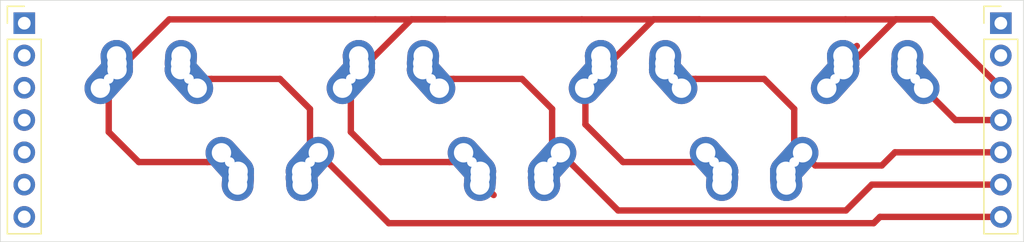
<source format=kicad_pcb>
(kicad_pcb (version 20171130) (host pcbnew "(5.1.4)-1")

  (general
    (thickness 1.6)
    (drawings 4)
    (tracks 60)
    (zones 0)
    (modules 9)
    (nets 15)
  )

  (page A4)
  (layers
    (0 F.Cu signal)
    (31 B.Cu signal)
    (32 B.Adhes user)
    (33 F.Adhes user)
    (34 B.Paste user)
    (35 F.Paste user)
    (36 B.SilkS user)
    (37 F.SilkS user)
    (38 B.Mask user hide)
    (39 F.Mask user hide)
    (40 Dwgs.User user)
    (41 Cmts.User user)
    (42 Eco1.User user)
    (43 Eco2.User user hide)
    (44 Edge.Cuts user)
    (45 Margin user)
    (46 B.CrtYd user)
    (47 F.CrtYd user)
    (48 B.Fab user)
    (49 F.Fab user)
  )

  (setup
    (last_trace_width 0.5)
    (user_trace_width 0.762)
    (trace_clearance 0.5)
    (zone_clearance 0.5)
    (zone_45_only no)
    (trace_min 0.2)
    (via_size 0.8)
    (via_drill 0.4)
    (via_min_size 0.4)
    (via_min_drill 0.3)
    (uvia_size 0.3)
    (uvia_drill 0.1)
    (uvias_allowed no)
    (uvia_min_size 0.2)
    (uvia_min_drill 0.1)
    (edge_width 0.05)
    (segment_width 0.2)
    (pcb_text_width 0.3)
    (pcb_text_size 1.5 1.5)
    (mod_edge_width 0.12)
    (mod_text_size 1 1)
    (mod_text_width 0.15)
    (pad_size 1.524 1.524)
    (pad_drill 0.762)
    (pad_to_mask_clearance 0.5)
    (solder_mask_min_width 0.25)
    (aux_axis_origin 0 0)
    (grid_origin 118.745 48.895)
    (visible_elements 7EF9BE47)
    (pcbplotparams
      (layerselection 0x010fc_ffffffff)
      (usegerberextensions false)
      (usegerberattributes false)
      (usegerberadvancedattributes false)
      (creategerberjobfile false)
      (excludeedgelayer true)
      (linewidth 0.100000)
      (plotframeref false)
      (viasonmask false)
      (mode 1)
      (useauxorigin false)
      (hpglpennumber 1)
      (hpglpenspeed 20)
      (hpglpendiameter 15.000000)
      (psnegative false)
      (psa4output false)
      (plotreference true)
      (plotvalue true)
      (plotinvisibletext false)
      (padsonsilk false)
      (subtractmaskfromsilk false)
      (outputformat 1)
      (mirror false)
      (drillshape 1)
      (scaleselection 1)
      (outputdirectory ""))
  )

  (net 0 "")
  (net 1 "Net-(JMM1.2-Pad1)")
  (net 2 "Net-(JMM1.2-Pad2)")
  (net 3 "Net-(JMM1.2-Pad3)")
  (net 4 "Net-(JMM1.2-Pad4)")
  (net 5 "Net-(JMM1.2-Pad5)")
  (net 6 "Net-(JMM1.2-Pad6)")
  (net 7 "Net-(JMM1.2-Pad7)")
  (net 8 "Net-(JMM1.1-Pad7)")
  (net 9 "Net-(JMM1.1-Pad6)")
  (net 10 "Net-(JMM1.1-Pad5)")
  (net 11 "Net-(JMM1.1-Pad4)")
  (net 12 "Net-(JMM1.1-Pad3)")
  (net 13 "Net-(JMM1.1-Pad2)")
  (net 14 "Net-(JMM1.1-Pad1)")

  (net_class Default "This is the default net class."
    (clearance 0.5)
    (trace_width 0.5)
    (via_dia 0.8)
    (via_drill 0.4)
    (uvia_dia 0.3)
    (uvia_drill 0.1)
    (add_net "Net-(JMM1.1-Pad1)")
    (add_net "Net-(JMM1.1-Pad2)")
    (add_net "Net-(JMM1.1-Pad3)")
    (add_net "Net-(JMM1.1-Pad4)")
    (add_net "Net-(JMM1.1-Pad5)")
    (add_net "Net-(JMM1.1-Pad6)")
    (add_net "Net-(JMM1.1-Pad7)")
    (add_net "Net-(JMM1.2-Pad1)")
    (add_net "Net-(JMM1.2-Pad2)")
    (add_net "Net-(JMM1.2-Pad3)")
    (add_net "Net-(JMM1.2-Pad4)")
    (add_net "Net-(JMM1.2-Pad5)")
    (add_net "Net-(JMM1.2-Pad6)")
    (add_net "Net-(JMM1.2-Pad7)")
  )

  (net_class Large ""
    (clearance 0.5)
    (trace_width 0.5)
    (via_dia 0.8)
    (via_drill 0.4)
    (uvia_dia 0.3)
    (uvia_drill 0.1)
  )

  (module Keebio-Parts:Hybrid_Plate_100H_Dual_hole-nosilk (layer F.Cu) (tedit 5D8FAB62) (tstamp 5D93D004)
    (at 187.58 39.35)
    (path /5DA20242)
    (fp_text reference SWA7.2 (at 0 3.175) (layer F.SilkS) hide
      (effects (font (size 1.27 1.524) (thickness 0.2032)))
    )
    (fp_text value SW_Push_45deg (at 0 5.08) (layer F.SilkS) hide
      (effects (font (size 1.27 1.524) (thickness 0.2032)))
    )
    (fp_line (start -6.985 6.985) (end -6.985 -6.985) (layer Eco2.User) (width 0.1524))
    (fp_line (start 6.985 6.985) (end -6.985 6.985) (layer Eco2.User) (width 0.1524))
    (fp_line (start 6.985 -6.985) (end 6.985 6.985) (layer Eco2.User) (width 0.1524))
    (fp_line (start -6.985 -6.985) (end 6.985 -6.985) (layer Eco2.User) (width 0.1524))
    (fp_line (start -9.398 9.398) (end -9.398 -9.398) (layer Dwgs.User) (width 0.1524))
    (fp_line (start 9.398 9.398) (end -9.398 9.398) (layer Dwgs.User) (width 0.1524))
    (fp_line (start 9.398 -9.398) (end 9.398 9.398) (layer Dwgs.User) (width 0.1524))
    (fp_line (start -9.398 -9.398) (end 9.398 -9.398) (layer Dwgs.User) (width 0.1524))
    (fp_line (start -6.35 6.35) (end -6.35 -6.35) (layer Cmts.User) (width 0.1524))
    (fp_line (start 6.35 6.35) (end -6.35 6.35) (layer Cmts.User) (width 0.1524))
    (fp_line (start 6.35 -6.35) (end 6.35 6.35) (layer Cmts.User) (width 0.1524))
    (fp_line (start -6.35 -6.35) (end 6.35 -6.35) (layer Cmts.User) (width 0.1524))
    (pad 1 thru_hole circle (at -2.54 -5.08 330.9) (size 2.5 2.5) (drill 1.524) (layers *.Cu F.Mask)
      (net 12 "Net-(JMM1.1-Pad3)"))
    (pad 1 thru_hole circle (at -2.5 -4.5 330.9) (size 2.5 2.5) (drill 1.524) (layers *.Cu F.Mask)
      (net 12 "Net-(JMM1.1-Pad3)"))
    (pad 1 thru_hole oval (at -2.52 -4.79 3.9) (size 2.5 3.081378) (drill 0.762) (layers *.Cu F.Mask)
      (net 12 "Net-(JMM1.1-Pad3)"))
    (pad 2 thru_hole circle (at 3.81 -2.54 330.9) (size 2 2) (drill 1.524) (layers *.Cu F.Mask)
      (net 11 "Net-(JMM1.1-Pad4)"))
    (pad 2 thru_hole circle (at 2.5 -4) (size 2.5 2.5) (drill 1.524) (layers *.Cu *.Mask)
      (net 11 "Net-(JMM1.1-Pad4)"))
    (pad 1 thru_hole oval (at -3.155 -3.27 138.1) (size 2.5 4.461556) (drill 0.762) (layers *.Cu B.Mask)
      (net 12 "Net-(JMM1.1-Pad3)"))
    (pad 2 thru_hole oval (at 3.155 -3.27 221.9) (size 2.5 4.461556) (drill 0.762) (layers *.Cu F.Mask)
      (net 11 "Net-(JMM1.1-Pad4)"))
    (pad 1 thru_hole circle (at -3.81 -2.54 330.9) (size 2 2) (drill 1.524) (layers *.Cu B.Mask)
      (net 12 "Net-(JMM1.1-Pad3)"))
    (pad HOLE np_thru_hole circle (at 0 0) (size 3.9878 3.9878) (drill 3.9878) (layers *.Cu *.Mask))
    (pad 1 thru_hole circle (at -2.5 -4 330.9) (size 2.5 2.5) (drill 1.524) (layers *.Cu *.Mask)
      (net 12 "Net-(JMM1.1-Pad3)"))
    (pad 2 thru_hole circle (at 2.54 -5.08 330.9) (size 2 2) (drill 1.524) (layers *.Cu B.Mask)
      (net 11 "Net-(JMM1.1-Pad4)"))
    (pad 2 thru_hole circle (at 2.5 -4.5 330.9) (size 2 2) (drill 1.524) (layers *.Cu B.Mask)
      (net 11 "Net-(JMM1.1-Pad4)"))
    (pad 2 thru_hole oval (at 2.52 -4.79 356.1) (size 2.5 3.081378) (drill 0.762) (layers *.Cu B.Mask)
      (net 11 "Net-(JMM1.1-Pad4)"))
  )

  (module Keebio-Parts:Hybrid_Plate_100H_Dual_hole-nosilk (layer F.Cu) (tedit 5D8FAB62) (tstamp 5D93D021)
    (at 168.53 39.35)
    (path /5DA2281E)
    (fp_text reference SWB7.1 (at 0 3.175) (layer F.SilkS) hide
      (effects (font (size 1.27 1.524) (thickness 0.2032)))
    )
    (fp_text value SW_Push_45deg (at 0 5.08) (layer F.SilkS) hide
      (effects (font (size 1.27 1.524) (thickness 0.2032)))
    )
    (fp_line (start -6.35 -6.35) (end 6.35 -6.35) (layer Cmts.User) (width 0.1524))
    (fp_line (start 6.35 -6.35) (end 6.35 6.35) (layer Cmts.User) (width 0.1524))
    (fp_line (start 6.35 6.35) (end -6.35 6.35) (layer Cmts.User) (width 0.1524))
    (fp_line (start -6.35 6.35) (end -6.35 -6.35) (layer Cmts.User) (width 0.1524))
    (fp_line (start -9.398 -9.398) (end 9.398 -9.398) (layer Dwgs.User) (width 0.1524))
    (fp_line (start 9.398 -9.398) (end 9.398 9.398) (layer Dwgs.User) (width 0.1524))
    (fp_line (start 9.398 9.398) (end -9.398 9.398) (layer Dwgs.User) (width 0.1524))
    (fp_line (start -9.398 9.398) (end -9.398 -9.398) (layer Dwgs.User) (width 0.1524))
    (fp_line (start -6.985 -6.985) (end 6.985 -6.985) (layer Eco2.User) (width 0.1524))
    (fp_line (start 6.985 -6.985) (end 6.985 6.985) (layer Eco2.User) (width 0.1524))
    (fp_line (start 6.985 6.985) (end -6.985 6.985) (layer Eco2.User) (width 0.1524))
    (fp_line (start -6.985 6.985) (end -6.985 -6.985) (layer Eco2.User) (width 0.1524))
    (pad 2 thru_hole oval (at 2.52 -4.79 356.1) (size 2.5 3.081378) (drill 0.762) (layers *.Cu B.Mask)
      (net 10 "Net-(JMM1.1-Pad5)"))
    (pad 2 thru_hole circle (at 2.5 -4.5 330.9) (size 2 2) (drill 1.524) (layers *.Cu B.Mask)
      (net 10 "Net-(JMM1.1-Pad5)"))
    (pad 2 thru_hole circle (at 2.54 -5.08 330.9) (size 2 2) (drill 1.524) (layers *.Cu B.Mask)
      (net 10 "Net-(JMM1.1-Pad5)"))
    (pad 1 thru_hole circle (at -2.5 -4 330.9) (size 2.5 2.5) (drill 1.524) (layers *.Cu *.Mask)
      (net 12 "Net-(JMM1.1-Pad3)"))
    (pad HOLE np_thru_hole circle (at 0 0) (size 3.9878 3.9878) (drill 3.9878) (layers *.Cu *.Mask))
    (pad 1 thru_hole circle (at -3.81 -2.54 330.9) (size 2 2) (drill 1.524) (layers *.Cu B.Mask)
      (net 12 "Net-(JMM1.1-Pad3)"))
    (pad 2 thru_hole oval (at 3.155 -3.27 221.9) (size 2.5 4.461556) (drill 0.762) (layers *.Cu F.Mask)
      (net 10 "Net-(JMM1.1-Pad5)"))
    (pad 1 thru_hole oval (at -3.155 -3.27 138.1) (size 2.5 4.461556) (drill 0.762) (layers *.Cu B.Mask)
      (net 12 "Net-(JMM1.1-Pad3)"))
    (pad 2 thru_hole circle (at 2.5 -4) (size 2.5 2.5) (drill 1.524) (layers *.Cu *.Mask)
      (net 10 "Net-(JMM1.1-Pad5)"))
    (pad 2 thru_hole circle (at 3.81 -2.54 330.9) (size 2 2) (drill 1.524) (layers *.Cu F.Mask)
      (net 10 "Net-(JMM1.1-Pad5)"))
    (pad 1 thru_hole oval (at -2.52 -4.79 3.9) (size 2.5 3.081378) (drill 0.762) (layers *.Cu F.Mask)
      (net 12 "Net-(JMM1.1-Pad3)"))
    (pad 1 thru_hole circle (at -2.5 -4.5 330.9) (size 2.5 2.5) (drill 1.524) (layers *.Cu F.Mask)
      (net 12 "Net-(JMM1.1-Pad3)"))
    (pad 1 thru_hole circle (at -2.54 -5.08 330.9) (size 2.5 2.5) (drill 1.524) (layers *.Cu F.Mask)
      (net 12 "Net-(JMM1.1-Pad3)"))
  )

  (module Keebio-Parts:Hybrid_Plate_100H_Dual_hole-nosilk (layer F.Cu) (tedit 5D8FAB62) (tstamp 5D93D03E)
    (at 178.055 39.35 180)
    (path /5DA3B95E)
    (fp_text reference SWB7.2 (at 0 3.175) (layer F.SilkS) hide
      (effects (font (size 1.27 1.524) (thickness 0.2032)))
    )
    (fp_text value SW_Push_45deg (at 0 5.08) (layer F.SilkS) hide
      (effects (font (size 1.27 1.524) (thickness 0.2032)))
    )
    (fp_line (start -6.35 -6.35) (end 6.35 -6.35) (layer Cmts.User) (width 0.1524))
    (fp_line (start 6.35 -6.35) (end 6.35 6.35) (layer Cmts.User) (width 0.1524))
    (fp_line (start 6.35 6.35) (end -6.35 6.35) (layer Cmts.User) (width 0.1524))
    (fp_line (start -6.35 6.35) (end -6.35 -6.35) (layer Cmts.User) (width 0.1524))
    (fp_line (start -9.398 -9.398) (end 9.398 -9.398) (layer Dwgs.User) (width 0.1524))
    (fp_line (start 9.398 -9.398) (end 9.398 9.398) (layer Dwgs.User) (width 0.1524))
    (fp_line (start 9.398 9.398) (end -9.398 9.398) (layer Dwgs.User) (width 0.1524))
    (fp_line (start -9.398 9.398) (end -9.398 -9.398) (layer Dwgs.User) (width 0.1524))
    (fp_line (start -6.985 -6.985) (end 6.985 -6.985) (layer Eco2.User) (width 0.1524))
    (fp_line (start 6.985 -6.985) (end 6.985 6.985) (layer Eco2.User) (width 0.1524))
    (fp_line (start 6.985 6.985) (end -6.985 6.985) (layer Eco2.User) (width 0.1524))
    (fp_line (start -6.985 6.985) (end -6.985 -6.985) (layer Eco2.User) (width 0.1524))
    (pad 2 thru_hole oval (at 2.52 -4.79 176.1) (size 2.5 3.081378) (drill 0.762) (layers *.Cu B.Mask)
      (net 12 "Net-(JMM1.1-Pad3)"))
    (pad 2 thru_hole circle (at 2.5 -4.5 150.9) (size 2 2) (drill 1.524) (layers *.Cu B.Mask)
      (net 12 "Net-(JMM1.1-Pad3)"))
    (pad 2 thru_hole circle (at 2.54 -5.08 150.9) (size 2 2) (drill 1.524) (layers *.Cu B.Mask)
      (net 12 "Net-(JMM1.1-Pad3)"))
    (pad 1 thru_hole circle (at -2.5 -4 150.9) (size 2.5 2.5) (drill 1.524) (layers *.Cu *.Mask)
      (net 10 "Net-(JMM1.1-Pad5)"))
    (pad HOLE np_thru_hole circle (at 0 0 180) (size 3.9878 3.9878) (drill 3.9878) (layers *.Cu *.Mask))
    (pad 1 thru_hole circle (at -3.81 -2.54 150.9) (size 2 2) (drill 1.524) (layers *.Cu B.Mask)
      (net 10 "Net-(JMM1.1-Pad5)"))
    (pad 2 thru_hole oval (at 3.155 -3.27 41.9) (size 2.5 4.461556) (drill 0.762) (layers *.Cu F.Mask)
      (net 12 "Net-(JMM1.1-Pad3)"))
    (pad 1 thru_hole oval (at -3.155 -3.27 318.1) (size 2.5 4.461556) (drill 0.762) (layers *.Cu B.Mask)
      (net 10 "Net-(JMM1.1-Pad5)"))
    (pad 2 thru_hole circle (at 2.5 -4 180) (size 2.5 2.5) (drill 1.524) (layers *.Cu *.Mask)
      (net 12 "Net-(JMM1.1-Pad3)"))
    (pad 2 thru_hole circle (at 3.81 -2.54 150.9) (size 2 2) (drill 1.524) (layers *.Cu F.Mask)
      (net 12 "Net-(JMM1.1-Pad3)"))
    (pad 1 thru_hole oval (at -2.52 -4.79 183.9) (size 2.5 3.081378) (drill 0.762) (layers *.Cu F.Mask)
      (net 10 "Net-(JMM1.1-Pad5)"))
    (pad 1 thru_hole circle (at -2.5 -4.5 150.9) (size 2.5 2.5) (drill 1.524) (layers *.Cu F.Mask)
      (net 10 "Net-(JMM1.1-Pad5)"))
    (pad 1 thru_hole circle (at -2.54 -5.08 150.9) (size 2.5 2.5) (drill 1.524) (layers *.Cu F.Mask)
      (net 10 "Net-(JMM1.1-Pad5)"))
  )

  (module Keebio-Parts:Hybrid_Plate_100H_Dual_hole-nosilk (layer F.Cu) (tedit 5D8FAB62) (tstamp 5D93D05B)
    (at 149.48 39.35)
    (path /5DA22EB5)
    (fp_text reference SWC7.1 (at 0 3.175) (layer F.SilkS) hide
      (effects (font (size 1.27 1.524) (thickness 0.2032)))
    )
    (fp_text value SW_Push_45deg (at 0 5.08) (layer F.SilkS) hide
      (effects (font (size 1.27 1.524) (thickness 0.2032)))
    )
    (fp_line (start -6.35 -6.35) (end 6.35 -6.35) (layer Cmts.User) (width 0.1524))
    (fp_line (start 6.35 -6.35) (end 6.35 6.35) (layer Cmts.User) (width 0.1524))
    (fp_line (start 6.35 6.35) (end -6.35 6.35) (layer Cmts.User) (width 0.1524))
    (fp_line (start -6.35 6.35) (end -6.35 -6.35) (layer Cmts.User) (width 0.1524))
    (fp_line (start -9.398 -9.398) (end 9.398 -9.398) (layer Dwgs.User) (width 0.1524))
    (fp_line (start 9.398 -9.398) (end 9.398 9.398) (layer Dwgs.User) (width 0.1524))
    (fp_line (start 9.398 9.398) (end -9.398 9.398) (layer Dwgs.User) (width 0.1524))
    (fp_line (start -9.398 9.398) (end -9.398 -9.398) (layer Dwgs.User) (width 0.1524))
    (fp_line (start -6.985 -6.985) (end 6.985 -6.985) (layer Eco2.User) (width 0.1524))
    (fp_line (start 6.985 -6.985) (end 6.985 6.985) (layer Eco2.User) (width 0.1524))
    (fp_line (start 6.985 6.985) (end -6.985 6.985) (layer Eco2.User) (width 0.1524))
    (fp_line (start -6.985 6.985) (end -6.985 -6.985) (layer Eco2.User) (width 0.1524))
    (pad 2 thru_hole oval (at 2.52 -4.79 356.1) (size 2.5 3.081378) (drill 0.762) (layers *.Cu B.Mask)
      (net 9 "Net-(JMM1.1-Pad6)"))
    (pad 2 thru_hole circle (at 2.5 -4.5 330.9) (size 2 2) (drill 1.524) (layers *.Cu B.Mask)
      (net 9 "Net-(JMM1.1-Pad6)"))
    (pad 2 thru_hole circle (at 2.54 -5.08 330.9) (size 2 2) (drill 1.524) (layers *.Cu B.Mask)
      (net 9 "Net-(JMM1.1-Pad6)"))
    (pad 1 thru_hole circle (at -2.5 -4 330.9) (size 2.5 2.5) (drill 1.524) (layers *.Cu *.Mask)
      (net 12 "Net-(JMM1.1-Pad3)"))
    (pad HOLE np_thru_hole circle (at 0 0) (size 3.9878 3.9878) (drill 3.9878) (layers *.Cu *.Mask))
    (pad 1 thru_hole circle (at -3.81 -2.54 330.9) (size 2 2) (drill 1.524) (layers *.Cu B.Mask)
      (net 12 "Net-(JMM1.1-Pad3)"))
    (pad 2 thru_hole oval (at 3.155 -3.27 221.9) (size 2.5 4.461556) (drill 0.762) (layers *.Cu F.Mask)
      (net 9 "Net-(JMM1.1-Pad6)"))
    (pad 1 thru_hole oval (at -3.155 -3.27 138.1) (size 2.5 4.461556) (drill 0.762) (layers *.Cu B.Mask)
      (net 12 "Net-(JMM1.1-Pad3)"))
    (pad 2 thru_hole circle (at 2.5 -4) (size 2.5 2.5) (drill 1.524) (layers *.Cu *.Mask)
      (net 9 "Net-(JMM1.1-Pad6)"))
    (pad 2 thru_hole circle (at 3.81 -2.54 330.9) (size 2 2) (drill 1.524) (layers *.Cu F.Mask)
      (net 9 "Net-(JMM1.1-Pad6)"))
    (pad 1 thru_hole oval (at -2.52 -4.79 3.9) (size 2.5 3.081378) (drill 0.762) (layers *.Cu F.Mask)
      (net 12 "Net-(JMM1.1-Pad3)"))
    (pad 1 thru_hole circle (at -2.5 -4.5 330.9) (size 2.5 2.5) (drill 1.524) (layers *.Cu F.Mask)
      (net 12 "Net-(JMM1.1-Pad3)"))
    (pad 1 thru_hole circle (at -2.54 -5.08 330.9) (size 2.5 2.5) (drill 1.524) (layers *.Cu F.Mask)
      (net 12 "Net-(JMM1.1-Pad3)"))
  )

  (module Keebio-Parts:Hybrid_Plate_100H_Dual_hole-nosilk (layer F.Cu) (tedit 5D8FAB62) (tstamp 5D93D078)
    (at 159.005 39.35 180)
    (path /5DA3C77C)
    (fp_text reference SWC7.2 (at 0 3.175) (layer F.SilkS) hide
      (effects (font (size 1.27 1.524) (thickness 0.2032)))
    )
    (fp_text value SW_Push_45deg (at 0 5.08) (layer F.SilkS) hide
      (effects (font (size 1.27 1.524) (thickness 0.2032)))
    )
    (fp_line (start -6.985 6.985) (end -6.985 -6.985) (layer Eco2.User) (width 0.1524))
    (fp_line (start 6.985 6.985) (end -6.985 6.985) (layer Eco2.User) (width 0.1524))
    (fp_line (start 6.985 -6.985) (end 6.985 6.985) (layer Eco2.User) (width 0.1524))
    (fp_line (start -6.985 -6.985) (end 6.985 -6.985) (layer Eco2.User) (width 0.1524))
    (fp_line (start -9.398 9.398) (end -9.398 -9.398) (layer Dwgs.User) (width 0.1524))
    (fp_line (start 9.398 9.398) (end -9.398 9.398) (layer Dwgs.User) (width 0.1524))
    (fp_line (start 9.398 -9.398) (end 9.398 9.398) (layer Dwgs.User) (width 0.1524))
    (fp_line (start -9.398 -9.398) (end 9.398 -9.398) (layer Dwgs.User) (width 0.1524))
    (fp_line (start -6.35 6.35) (end -6.35 -6.35) (layer Cmts.User) (width 0.1524))
    (fp_line (start 6.35 6.35) (end -6.35 6.35) (layer Cmts.User) (width 0.1524))
    (fp_line (start 6.35 -6.35) (end 6.35 6.35) (layer Cmts.User) (width 0.1524))
    (fp_line (start -6.35 -6.35) (end 6.35 -6.35) (layer Cmts.User) (width 0.1524))
    (pad 1 thru_hole circle (at -2.54 -5.08 150.9) (size 2.5 2.5) (drill 1.524) (layers *.Cu F.Mask)
      (net 9 "Net-(JMM1.1-Pad6)"))
    (pad 1 thru_hole circle (at -2.5 -4.5 150.9) (size 2.5 2.5) (drill 1.524) (layers *.Cu F.Mask)
      (net 9 "Net-(JMM1.1-Pad6)"))
    (pad 1 thru_hole oval (at -2.52 -4.79 183.9) (size 2.5 3.081378) (drill 0.762) (layers *.Cu F.Mask)
      (net 9 "Net-(JMM1.1-Pad6)"))
    (pad 2 thru_hole circle (at 3.81 -2.54 150.9) (size 2 2) (drill 1.524) (layers *.Cu F.Mask)
      (net 12 "Net-(JMM1.1-Pad3)"))
    (pad 2 thru_hole circle (at 2.5 -4 180) (size 2.5 2.5) (drill 1.524) (layers *.Cu *.Mask)
      (net 12 "Net-(JMM1.1-Pad3)"))
    (pad 1 thru_hole oval (at -3.155 -3.27 318.1) (size 2.5 4.461556) (drill 0.762) (layers *.Cu B.Mask)
      (net 9 "Net-(JMM1.1-Pad6)"))
    (pad 2 thru_hole oval (at 3.155 -3.27 41.9) (size 2.5 4.461556) (drill 0.762) (layers *.Cu F.Mask)
      (net 12 "Net-(JMM1.1-Pad3)"))
    (pad 1 thru_hole circle (at -3.81 -2.54 150.9) (size 2 2) (drill 1.524) (layers *.Cu B.Mask)
      (net 9 "Net-(JMM1.1-Pad6)"))
    (pad HOLE np_thru_hole circle (at 0 0 180) (size 3.9878 3.9878) (drill 3.9878) (layers *.Cu *.Mask))
    (pad 1 thru_hole circle (at -2.5 -4 150.9) (size 2.5 2.5) (drill 1.524) (layers *.Cu *.Mask)
      (net 9 "Net-(JMM1.1-Pad6)"))
    (pad 2 thru_hole circle (at 2.54 -5.08 150.9) (size 2 2) (drill 1.524) (layers *.Cu B.Mask)
      (net 12 "Net-(JMM1.1-Pad3)"))
    (pad 2 thru_hole circle (at 2.5 -4.5 150.9) (size 2 2) (drill 1.524) (layers *.Cu B.Mask)
      (net 12 "Net-(JMM1.1-Pad3)"))
    (pad 2 thru_hole oval (at 2.52 -4.79 176.1) (size 2.5 3.081378) (drill 0.762) (layers *.Cu B.Mask)
      (net 12 "Net-(JMM1.1-Pad3)"))
  )

  (module Keebio-Parts:Hybrid_Plate_100H_Dual_hole-nosilk (layer F.Cu) (tedit 5D8FAB62) (tstamp 5D93D095)
    (at 130.43 39.35)
    (path /5DA24BAA)
    (fp_text reference SWD7.1 (at 0 3.175) (layer F.SilkS) hide
      (effects (font (size 1.27 1.524) (thickness 0.2032)))
    )
    (fp_text value SW_Push_45deg (at 0 5.08) (layer F.SilkS) hide
      (effects (font (size 1.27 1.524) (thickness 0.2032)))
    )
    (fp_line (start -6.985 6.985) (end -6.985 -6.985) (layer Eco2.User) (width 0.1524))
    (fp_line (start 6.985 6.985) (end -6.985 6.985) (layer Eco2.User) (width 0.1524))
    (fp_line (start 6.985 -6.985) (end 6.985 6.985) (layer Eco2.User) (width 0.1524))
    (fp_line (start -6.985 -6.985) (end 6.985 -6.985) (layer Eco2.User) (width 0.1524))
    (fp_line (start -9.398 9.398) (end -9.398 -9.398) (layer Dwgs.User) (width 0.1524))
    (fp_line (start 9.398 9.398) (end -9.398 9.398) (layer Dwgs.User) (width 0.1524))
    (fp_line (start 9.398 -9.398) (end 9.398 9.398) (layer Dwgs.User) (width 0.1524))
    (fp_line (start -9.398 -9.398) (end 9.398 -9.398) (layer Dwgs.User) (width 0.1524))
    (fp_line (start -6.35 6.35) (end -6.35 -6.35) (layer Cmts.User) (width 0.1524))
    (fp_line (start 6.35 6.35) (end -6.35 6.35) (layer Cmts.User) (width 0.1524))
    (fp_line (start 6.35 -6.35) (end 6.35 6.35) (layer Cmts.User) (width 0.1524))
    (fp_line (start -6.35 -6.35) (end 6.35 -6.35) (layer Cmts.User) (width 0.1524))
    (pad 1 thru_hole circle (at -2.54 -5.08 330.9) (size 2.5 2.5) (drill 1.524) (layers *.Cu F.Mask)
      (net 12 "Net-(JMM1.1-Pad3)"))
    (pad 1 thru_hole circle (at -2.5 -4.5 330.9) (size 2.5 2.5) (drill 1.524) (layers *.Cu F.Mask)
      (net 12 "Net-(JMM1.1-Pad3)"))
    (pad 1 thru_hole oval (at -2.52 -4.79 3.9) (size 2.5 3.081378) (drill 0.762) (layers *.Cu F.Mask)
      (net 12 "Net-(JMM1.1-Pad3)"))
    (pad 2 thru_hole circle (at 3.81 -2.54 330.9) (size 2 2) (drill 1.524) (layers *.Cu F.Mask)
      (net 8 "Net-(JMM1.1-Pad7)"))
    (pad 2 thru_hole circle (at 2.5 -4) (size 2.5 2.5) (drill 1.524) (layers *.Cu *.Mask)
      (net 8 "Net-(JMM1.1-Pad7)"))
    (pad 1 thru_hole oval (at -3.155 -3.27 138.1) (size 2.5 4.461556) (drill 0.762) (layers *.Cu B.Mask)
      (net 12 "Net-(JMM1.1-Pad3)"))
    (pad 2 thru_hole oval (at 3.155 -3.27 221.9) (size 2.5 4.461556) (drill 0.762) (layers *.Cu F.Mask)
      (net 8 "Net-(JMM1.1-Pad7)"))
    (pad 1 thru_hole circle (at -3.81 -2.54 330.9) (size 2 2) (drill 1.524) (layers *.Cu B.Mask)
      (net 12 "Net-(JMM1.1-Pad3)"))
    (pad HOLE np_thru_hole circle (at 0 0) (size 3.9878 3.9878) (drill 3.9878) (layers *.Cu *.Mask))
    (pad 1 thru_hole circle (at -2.5 -4 330.9) (size 2.5 2.5) (drill 1.524) (layers *.Cu *.Mask)
      (net 12 "Net-(JMM1.1-Pad3)"))
    (pad 2 thru_hole circle (at 2.54 -5.08 330.9) (size 2 2) (drill 1.524) (layers *.Cu B.Mask)
      (net 8 "Net-(JMM1.1-Pad7)"))
    (pad 2 thru_hole circle (at 2.5 -4.5 330.9) (size 2 2) (drill 1.524) (layers *.Cu B.Mask)
      (net 8 "Net-(JMM1.1-Pad7)"))
    (pad 2 thru_hole oval (at 2.52 -4.79 356.1) (size 2.5 3.081378) (drill 0.762) (layers *.Cu B.Mask)
      (net 8 "Net-(JMM1.1-Pad7)"))
  )

  (module Keebio-Parts:Hybrid_Plate_100H_Dual_hole-nosilk (layer F.Cu) (tedit 5D8FAB62) (tstamp 5D93D0B2)
    (at 139.955 39.35 180)
    (path /5DA3CFBD)
    (fp_text reference SWD7.2 (at 0 3.175) (layer F.SilkS) hide
      (effects (font (size 1.27 1.524) (thickness 0.2032)))
    )
    (fp_text value SW_Push_45deg (at 0 5.08) (layer F.SilkS) hide
      (effects (font (size 1.27 1.524) (thickness 0.2032)))
    )
    (fp_line (start -6.35 -6.35) (end 6.35 -6.35) (layer Cmts.User) (width 0.1524))
    (fp_line (start 6.35 -6.35) (end 6.35 6.35) (layer Cmts.User) (width 0.1524))
    (fp_line (start 6.35 6.35) (end -6.35 6.35) (layer Cmts.User) (width 0.1524))
    (fp_line (start -6.35 6.35) (end -6.35 -6.35) (layer Cmts.User) (width 0.1524))
    (fp_line (start -9.398 -9.398) (end 9.398 -9.398) (layer Dwgs.User) (width 0.1524))
    (fp_line (start 9.398 -9.398) (end 9.398 9.398) (layer Dwgs.User) (width 0.1524))
    (fp_line (start 9.398 9.398) (end -9.398 9.398) (layer Dwgs.User) (width 0.1524))
    (fp_line (start -9.398 9.398) (end -9.398 -9.398) (layer Dwgs.User) (width 0.1524))
    (fp_line (start -6.985 -6.985) (end 6.985 -6.985) (layer Eco2.User) (width 0.1524))
    (fp_line (start 6.985 -6.985) (end 6.985 6.985) (layer Eco2.User) (width 0.1524))
    (fp_line (start 6.985 6.985) (end -6.985 6.985) (layer Eco2.User) (width 0.1524))
    (fp_line (start -6.985 6.985) (end -6.985 -6.985) (layer Eco2.User) (width 0.1524))
    (pad 2 thru_hole oval (at 2.52 -4.79 176.1) (size 2.5 3.081378) (drill 0.762) (layers *.Cu B.Mask)
      (net 12 "Net-(JMM1.1-Pad3)"))
    (pad 2 thru_hole circle (at 2.5 -4.5 150.9) (size 2 2) (drill 1.524) (layers *.Cu B.Mask)
      (net 12 "Net-(JMM1.1-Pad3)"))
    (pad 2 thru_hole circle (at 2.54 -5.08 150.9) (size 2 2) (drill 1.524) (layers *.Cu B.Mask)
      (net 12 "Net-(JMM1.1-Pad3)"))
    (pad 1 thru_hole circle (at -2.5 -4 150.9) (size 2.5 2.5) (drill 1.524) (layers *.Cu *.Mask)
      (net 8 "Net-(JMM1.1-Pad7)"))
    (pad HOLE np_thru_hole circle (at 0 0 180) (size 3.9878 3.9878) (drill 3.9878) (layers *.Cu *.Mask))
    (pad 1 thru_hole circle (at -3.81 -2.54 150.9) (size 2 2) (drill 1.524) (layers *.Cu B.Mask)
      (net 8 "Net-(JMM1.1-Pad7)"))
    (pad 2 thru_hole oval (at 3.155 -3.27 41.9) (size 2.5 4.461556) (drill 0.762) (layers *.Cu F.Mask)
      (net 12 "Net-(JMM1.1-Pad3)"))
    (pad 1 thru_hole oval (at -3.155 -3.27 318.1) (size 2.5 4.461556) (drill 0.762) (layers *.Cu B.Mask)
      (net 8 "Net-(JMM1.1-Pad7)"))
    (pad 2 thru_hole circle (at 2.5 -4 180) (size 2.5 2.5) (drill 1.524) (layers *.Cu *.Mask)
      (net 12 "Net-(JMM1.1-Pad3)"))
    (pad 2 thru_hole circle (at 3.81 -2.54 150.9) (size 2 2) (drill 1.524) (layers *.Cu F.Mask)
      (net 12 "Net-(JMM1.1-Pad3)"))
    (pad 1 thru_hole oval (at -2.52 -4.79 183.9) (size 2.5 3.081378) (drill 0.762) (layers *.Cu F.Mask)
      (net 8 "Net-(JMM1.1-Pad7)"))
    (pad 1 thru_hole circle (at -2.5 -4.5 150.9) (size 2.5 2.5) (drill 1.524) (layers *.Cu F.Mask)
      (net 8 "Net-(JMM1.1-Pad7)"))
    (pad 1 thru_hole circle (at -2.54 -5.08 150.9) (size 2.5 2.5) (drill 1.524) (layers *.Cu F.Mask)
      (net 8 "Net-(JMM1.1-Pad7)"))
  )

  (module Connector_PinHeader_2.54mm:PinHeader_1x07_P2.54mm_Vertical (layer F.Cu) (tedit 59FED5CC) (tstamp 5D97A7DB)
    (at 120.63 31.695)
    (descr "Through hole straight pin header, 1x07, 2.54mm pitch, single row")
    (tags "Through hole pin header THT 1x07 2.54mm single row")
    (path /5DC2AAEB)
    (fp_text reference JMM1.2 (at 0 -2.33) (layer F.SilkS)
      (effects (font (size 1 1) (thickness 0.15)))
    )
    (fp_text value Conn_01x07_Female (at 0 17.57) (layer F.Fab)
      (effects (font (size 1 1) (thickness 0.15)))
    )
    (fp_line (start -0.635 -1.27) (end 1.27 -1.27) (layer F.Fab) (width 0.1))
    (fp_line (start 1.27 -1.27) (end 1.27 16.51) (layer F.Fab) (width 0.1))
    (fp_line (start 1.27 16.51) (end -1.27 16.51) (layer F.Fab) (width 0.1))
    (fp_line (start -1.27 16.51) (end -1.27 -0.635) (layer F.Fab) (width 0.1))
    (fp_line (start -1.27 -0.635) (end -0.635 -1.27) (layer F.Fab) (width 0.1))
    (fp_line (start -1.33 16.57) (end 1.33 16.57) (layer F.SilkS) (width 0.12))
    (fp_line (start -1.33 1.27) (end -1.33 16.57) (layer F.SilkS) (width 0.12))
    (fp_line (start 1.33 1.27) (end 1.33 16.57) (layer F.SilkS) (width 0.12))
    (fp_line (start -1.33 1.27) (end 1.33 1.27) (layer F.SilkS) (width 0.12))
    (fp_line (start -1.33 0) (end -1.33 -1.33) (layer F.SilkS) (width 0.12))
    (fp_line (start -1.33 -1.33) (end 0 -1.33) (layer F.SilkS) (width 0.12))
    (fp_line (start -1.8 -1.8) (end -1.8 17.05) (layer F.CrtYd) (width 0.05))
    (fp_line (start -1.8 17.05) (end 1.8 17.05) (layer F.CrtYd) (width 0.05))
    (fp_line (start 1.8 17.05) (end 1.8 -1.8) (layer F.CrtYd) (width 0.05))
    (fp_line (start 1.8 -1.8) (end -1.8 -1.8) (layer F.CrtYd) (width 0.05))
    (fp_text user %R (at 0 7.62 90) (layer F.Fab)
      (effects (font (size 1 1) (thickness 0.15)))
    )
    (pad 1 thru_hole rect (at 0 0) (size 1.7 1.7) (drill 1) (layers *.Cu *.Mask)
      (net 1 "Net-(JMM1.2-Pad1)"))
    (pad 2 thru_hole oval (at 0 2.54) (size 1.7 1.7) (drill 1) (layers *.Cu *.Mask)
      (net 2 "Net-(JMM1.2-Pad2)"))
    (pad 3 thru_hole oval (at 0 5.08) (size 1.7 1.7) (drill 1) (layers *.Cu *.Mask)
      (net 3 "Net-(JMM1.2-Pad3)"))
    (pad 4 thru_hole oval (at 0 7.62) (size 1.7 1.7) (drill 1) (layers *.Cu *.Mask)
      (net 4 "Net-(JMM1.2-Pad4)"))
    (pad 5 thru_hole oval (at 0 10.16) (size 1.7 1.7) (drill 1) (layers *.Cu *.Mask)
      (net 5 "Net-(JMM1.2-Pad5)"))
    (pad 6 thru_hole oval (at 0 12.7) (size 1.7 1.7) (drill 1) (layers *.Cu *.Mask)
      (net 6 "Net-(JMM1.2-Pad6)"))
    (pad 7 thru_hole oval (at 0 15.24) (size 1.7 1.7) (drill 1) (layers *.Cu *.Mask)
      (net 7 "Net-(JMM1.2-Pad7)"))
    (model ${KISYS3DMOD}/Connector_PinHeader_2.54mm.3dshapes/PinHeader_1x07_P2.54mm_Vertical.wrl
      (at (xyz 0 0 0))
      (scale (xyz 1 1 1))
      (rotate (xyz 0 0 0))
    )
  )

  (module Connector_PinHeader_2.54mm:PinHeader_1x07_P2.54mm_Vertical (layer F.Cu) (tedit 59FED5CC) (tstamp 5D97A7F5)
    (at 197.465 31.695)
    (descr "Through hole straight pin header, 1x07, 2.54mm pitch, single row")
    (tags "Through hole pin header THT 1x07 2.54mm single row")
    (path /5D93CC27)
    (fp_text reference JMM1.1 (at 0 -2.33) (layer F.SilkS)
      (effects (font (size 1 1) (thickness 0.15)))
    )
    (fp_text value :Conn_01x07_Female (at 0 17.57) (layer F.Fab)
      (effects (font (size 1 1) (thickness 0.15)))
    )
    (fp_text user %R (at 0 7.62 90) (layer F.Fab)
      (effects (font (size 1 1) (thickness 0.15)))
    )
    (fp_line (start 1.8 -1.8) (end -1.8 -1.8) (layer F.CrtYd) (width 0.05))
    (fp_line (start 1.8 17.05) (end 1.8 -1.8) (layer F.CrtYd) (width 0.05))
    (fp_line (start -1.8 17.05) (end 1.8 17.05) (layer F.CrtYd) (width 0.05))
    (fp_line (start -1.8 -1.8) (end -1.8 17.05) (layer F.CrtYd) (width 0.05))
    (fp_line (start -1.33 -1.33) (end 0 -1.33) (layer F.SilkS) (width 0.12))
    (fp_line (start -1.33 0) (end -1.33 -1.33) (layer F.SilkS) (width 0.12))
    (fp_line (start -1.33 1.27) (end 1.33 1.27) (layer F.SilkS) (width 0.12))
    (fp_line (start 1.33 1.27) (end 1.33 16.57) (layer F.SilkS) (width 0.12))
    (fp_line (start -1.33 1.27) (end -1.33 16.57) (layer F.SilkS) (width 0.12))
    (fp_line (start -1.33 16.57) (end 1.33 16.57) (layer F.SilkS) (width 0.12))
    (fp_line (start -1.27 -0.635) (end -0.635 -1.27) (layer F.Fab) (width 0.1))
    (fp_line (start -1.27 16.51) (end -1.27 -0.635) (layer F.Fab) (width 0.1))
    (fp_line (start 1.27 16.51) (end -1.27 16.51) (layer F.Fab) (width 0.1))
    (fp_line (start 1.27 -1.27) (end 1.27 16.51) (layer F.Fab) (width 0.1))
    (fp_line (start -0.635 -1.27) (end 1.27 -1.27) (layer F.Fab) (width 0.1))
    (pad 7 thru_hole oval (at 0 15.24) (size 1.7 1.7) (drill 1) (layers *.Cu *.Mask)
      (net 8 "Net-(JMM1.1-Pad7)"))
    (pad 6 thru_hole oval (at 0 12.7) (size 1.7 1.7) (drill 1) (layers *.Cu *.Mask)
      (net 9 "Net-(JMM1.1-Pad6)"))
    (pad 5 thru_hole oval (at 0 10.16) (size 1.7 1.7) (drill 1) (layers *.Cu *.Mask)
      (net 10 "Net-(JMM1.1-Pad5)"))
    (pad 4 thru_hole oval (at 0 7.62) (size 1.7 1.7) (drill 1) (layers *.Cu *.Mask)
      (net 11 "Net-(JMM1.1-Pad4)"))
    (pad 3 thru_hole oval (at 0 5.08) (size 1.7 1.7) (drill 1) (layers *.Cu *.Mask)
      (net 12 "Net-(JMM1.1-Pad3)"))
    (pad 2 thru_hole oval (at 0 2.54) (size 1.7 1.7) (drill 1) (layers *.Cu *.Mask)
      (net 13 "Net-(JMM1.1-Pad2)"))
    (pad 1 thru_hole rect (at 0 0) (size 1.7 1.7) (drill 1) (layers *.Cu *.Mask)
      (net 14 "Net-(JMM1.1-Pad1)"))
    (model ${KISYS3DMOD}/Connector_PinHeader_2.54mm.3dshapes/PinHeader_1x07_P2.54mm_Vertical.wrl
      (at (xyz 0 0 0))
      (scale (xyz 1 1 1))
      (rotate (xyz 0 0 0))
    )
  )

  (gr_line (start 118.745 29.895) (end 199.245 29.895) (layer Edge.Cuts) (width 0.05) (tstamp 5D97E633))
  (gr_line (start 118.745 48.895) (end 118.745 29.895) (layer Edge.Cuts) (width 0.05))
  (gr_line (start 199.245 48.895) (end 118.745 48.895) (layer Edge.Cuts) (width 0.05))
  (gr_line (start 199.245 29.895) (end 199.245 48.895) (layer Edge.Cuts) (width 0.05))

  (segment (start 135.34906 36.08) (end 133.585 36.08) (width 0.5) (layer F.Cu) (net 8))
  (segment (start 140.745974 36.08) (end 135.34906 36.08) (width 0.5) (layer F.Cu) (net 8))
  (segment (start 143.11 38.444026) (end 140.745974 36.08) (width 0.5) (layer F.Cu) (net 8))
  (segment (start 143.11 42.62) (end 143.11 38.444026) (width 0.5) (layer F.Cu) (net 8))
  (segment (start 187.955 46.935) (end 197.465 46.935) (width 0.5) (layer F.Cu) (net 8))
  (segment (start 187.459989 47.430011) (end 187.955 46.935) (width 0.5) (layer F.Cu) (net 8))
  (segment (start 143.765 41.89) (end 149.305011 47.430011) (width 0.5) (layer F.Cu) (net 8))
  (segment (start 149.305011 47.430011) (end 187.459989 47.430011) (width 0.5) (layer F.Cu) (net 8))
  (segment (start 154.39906 36.08) (end 152.635 36.08) (width 0.5) (layer F.Cu) (net 9))
  (segment (start 159.795974 36.08) (end 154.39906 36.08) (width 0.5) (layer F.Cu) (net 9))
  (segment (start 162.16 38.444026) (end 159.795974 36.08) (width 0.5) (layer F.Cu) (net 9))
  (segment (start 162.16 42.62) (end 162.16 38.444026) (width 0.5) (layer F.Cu) (net 9))
  (segment (start 163.814999 42.889999) (end 162.815 41.89) (width 0.5) (layer F.Cu) (net 9))
  (segment (start 167.355001 46.430001) (end 163.814999 42.889999) (width 0.5) (layer F.Cu) (net 9))
  (segment (start 187.315002 44.395) (end 185.280001 46.430001) (width 0.5) (layer F.Cu) (net 9))
  (segment (start 197.465 44.395) (end 187.315002 44.395) (width 0.5) (layer F.Cu) (net 9))
  (segment (start 185.280001 46.430001) (end 167.355001 46.430001) (width 0.5) (layer F.Cu) (net 9))
  (segment (start 182.864999 42.889999) (end 181.865 41.89) (width 0.5) (layer F.Cu) (net 10))
  (segment (start 188.100975 42.889999) (end 182.864999 42.889999) (width 0.5) (layer F.Cu) (net 10))
  (segment (start 197.465 41.855) (end 189.135974 41.855) (width 0.5) (layer F.Cu) (net 10))
  (segment (start 189.135974 41.855) (end 188.100975 42.889999) (width 0.5) (layer F.Cu) (net 10))
  (segment (start 180.555 43.35) (end 181.804999 42.100001) (width 0.5) (layer F.Cu) (net 10))
  (segment (start 173.44906 36.08) (end 171.685 36.08) (width 0.5) (layer F.Cu) (net 10))
  (segment (start 178.845974 36.08) (end 173.44906 36.08) (width 0.5) (layer F.Cu) (net 10))
  (segment (start 181.21 38.444026) (end 178.845974 36.08) (width 0.5) (layer F.Cu) (net 10))
  (segment (start 181.21 42.62) (end 181.21 38.444026) (width 0.5) (layer F.Cu) (net 10))
  (segment (start 193.895 39.315) (end 191.39 36.81) (width 0.5) (layer F.Cu) (net 11))
  (segment (start 197.465 39.315) (end 193.895 39.315) (width 0.5) (layer F.Cu) (net 11))
  (segment (start 157.559813 45.214813) (end 156.485 44.14) (width 0.5) (layer F.Cu) (net 12))
  (segment (start 186.134812 33.485188) (end 185.06 34.56) (width 0.5) (layer F.Cu) (net 12))
  (segment (start 197.465 36.775) (end 192.085 31.395) (width 0.5) (layer F.Cu) (net 12))
  (segment (start 127.619999 35.810001) (end 126.62 36.81) (width 0.5) (layer F.Cu) (net 12))
  (segment (start 132.035 31.395) (end 127.619999 35.810001) (width 0.5) (layer F.Cu) (net 12))
  (segment (start 192.085 31.395) (end 189.245 31.395) (width 0.5) (layer F.Cu) (net 12))
  (segment (start 189.185 31.395) (end 183.77 36.81) (width 0.5) (layer F.Cu) (net 12))
  (segment (start 192.085 31.395) (end 189.185 31.395) (width 0.5) (layer F.Cu) (net 12))
  (segment (start 170.135 31.395) (end 164.72 36.81) (width 0.5) (layer F.Cu) (net 12))
  (segment (start 173.745 31.395) (end 170.135 31.395) (width 0.5) (layer F.Cu) (net 12))
  (segment (start 146.669999 35.810001) (end 145.67 36.81) (width 0.5) (layer F.Cu) (net 12))
  (segment (start 151.085 31.395) (end 146.669999 35.810001) (width 0.5) (layer F.Cu) (net 12))
  (segment (start 153.745 31.395) (end 151.085 31.395) (width 0.5) (layer F.Cu) (net 12))
  (segment (start 153.745 31.395) (end 148.245 31.395) (width 0.5) (layer F.Cu) (net 12))
  (segment (start 148.245 31.395) (end 132.035 31.395) (width 0.5) (layer F.Cu) (net 12))
  (segment (start 173.745 31.395) (end 164.495 31.395) (width 0.5) (layer F.Cu) (net 12))
  (segment (start 164.495 31.395) (end 153.745 31.395) (width 0.5) (layer F.Cu) (net 12))
  (segment (start 189.245 31.395) (end 185.245 31.395) (width 0.5) (layer F.Cu) (net 12))
  (segment (start 185.245 31.395) (end 173.745 31.395) (width 0.5) (layer F.Cu) (net 12))
  (segment (start 173.13594 42.62) (end 174.9 42.62) (width 0.5) (layer F.Cu) (net 12))
  (segment (start 167.739026 42.62) (end 173.13594 42.62) (width 0.5) (layer F.Cu) (net 12))
  (segment (start 164.780001 39.660975) (end 167.739026 42.62) (width 0.5) (layer F.Cu) (net 12))
  (segment (start 164.780001 36.599999) (end 164.780001 39.660975) (width 0.5) (layer F.Cu) (net 12))
  (segment (start 166.03 35.35) (end 164.780001 36.599999) (width 0.5) (layer F.Cu) (net 12))
  (segment (start 154.08594 42.62) (end 155.85 42.62) (width 0.5) (layer F.Cu) (net 12))
  (segment (start 148.689026 42.62) (end 154.08594 42.62) (width 0.5) (layer F.Cu) (net 12))
  (segment (start 146.325 40.255974) (end 148.689026 42.62) (width 0.5) (layer F.Cu) (net 12))
  (segment (start 146.325 36.08) (end 146.325 40.255974) (width 0.5) (layer F.Cu) (net 12))
  (segment (start 135.03594 42.62) (end 136.8 42.62) (width 0.5) (layer F.Cu) (net 12))
  (segment (start 129.639026 42.62) (end 135.03594 42.62) (width 0.5) (layer F.Cu) (net 12))
  (segment (start 127.275 40.255974) (end 129.639026 42.62) (width 0.5) (layer F.Cu) (net 12))
  (segment (start 127.275 36.08) (end 127.275 40.255974) (width 0.5) (layer F.Cu) (net 12))

)

</source>
